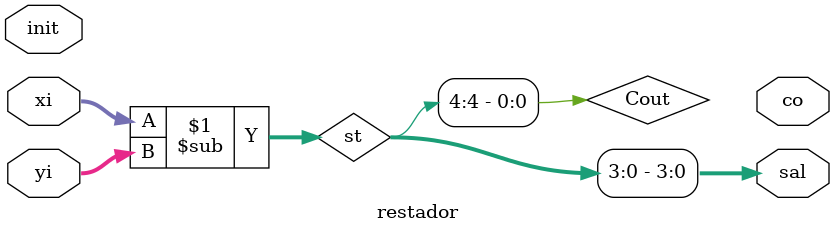
<source format=v>
`timescale 1ns / 1ps
module restador(
    init, xi, yi,co,sal);

  input init;
  input [3 :0] xi;
  input [3 :0] yi;
  output co;
  output [3 :0] sal;
  
  
  wire [4:0] st;
  assign sal= st[3:0];
  assign Cout = st[4];

  assign st  = 	xi-yi;



endmodule

</source>
